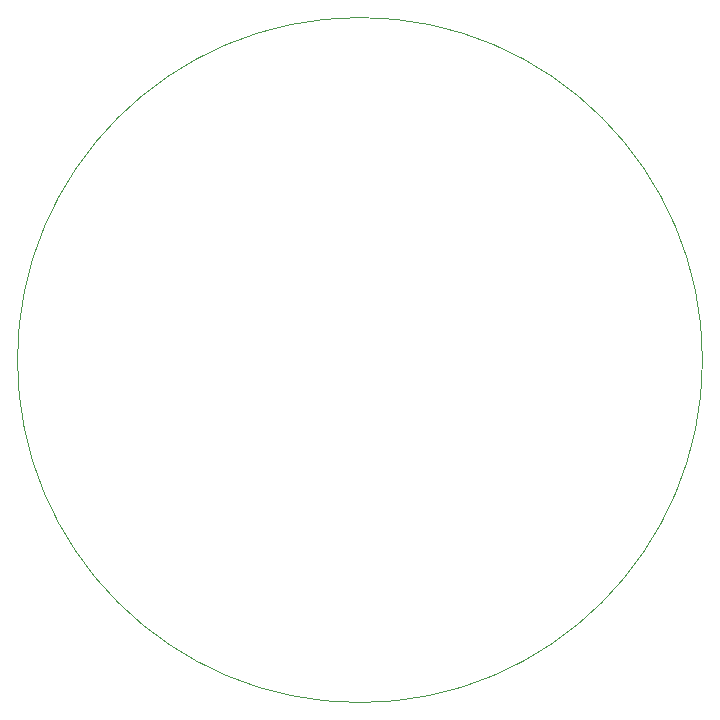
<source format=gm1>
G04 #@! TF.GenerationSoftware,KiCad,Pcbnew,(5.1.4)-1*
G04 #@! TF.CreationDate,2021-04-23T00:03:44+10:00*
G04 #@! TF.ProjectId,wheel-hub-io-v1,77686565-6c2d-4687-9562-2d696f2d7631,rev?*
G04 #@! TF.SameCoordinates,Original*
G04 #@! TF.FileFunction,Profile,NP*
%FSLAX46Y46*%
G04 Gerber Fmt 4.6, Leading zero omitted, Abs format (unit mm)*
G04 Created by KiCad (PCBNEW (5.1.4)-1) date 2021-04-23 00:03:44*
%MOMM*%
%LPD*%
G04 APERTURE LIST*
%ADD10C,0.050000*%
G04 APERTURE END LIST*
D10*
X99000000Y-100000000D02*
G75*
G03X99000000Y-100000000I-29000000J0D01*
G01*
M02*

</source>
